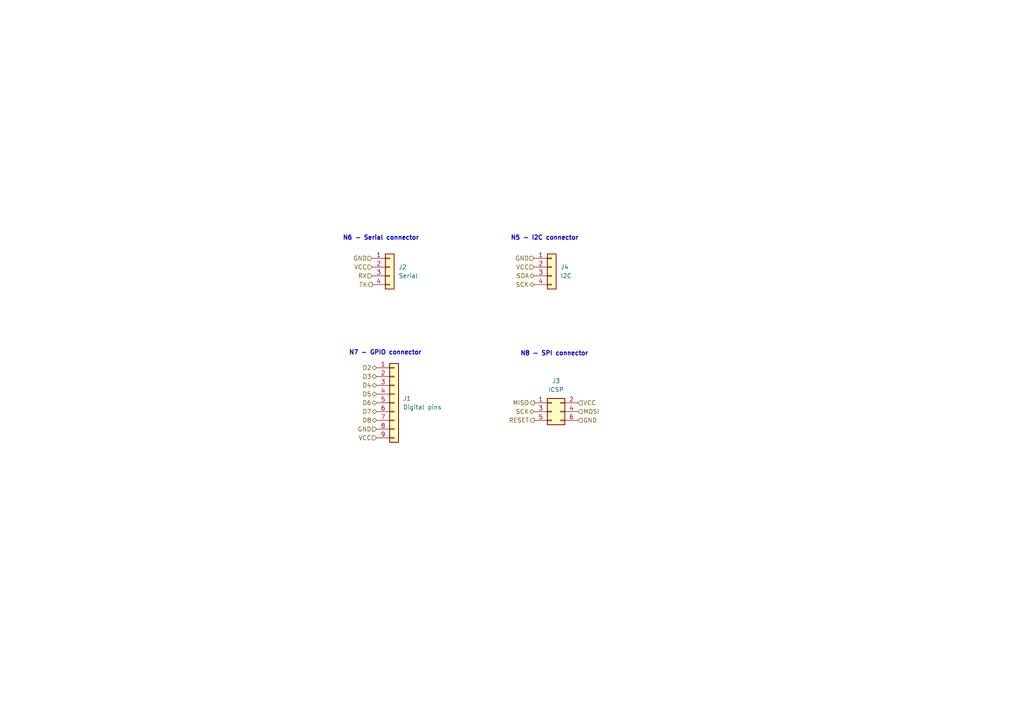
<source format=kicad_sch>
(kicad_sch (version 20250114) (generator "eeschema") (generator_version "9.0")
  (paper "A4")
  (title_block (title "Battery powered Arduino clone with clock &  Extended EEPROM") (date "2025-06-23") (rev "1") (company "DGN Holdings") (comment 1 "Designed by Gathonjia in Toll, Nanyuki"))
  (lib_symbols
    (symbol "Connector_Generic:Conn_01x04" (pin_names (offset 1.016) (hide yes))
      (property "Reference" "J" (at 0 5.08 0))
      (property "Value" "Conn_01x04" (at 0 -7.62 0))
      (symbol "Conn_01x04_1_1"
        (rectangle (start -1.27 3.81) (end 1.27 -6.35) (stroke (width 0.254)) (fill (type background)))
        (rectangle (start -1.27 2.667) (end 0 2.413) (stroke (width 0.1524)))
        (rectangle (start -1.27 0.127) (end 0 -0.127) (stroke (width 0.1524)))
        (rectangle (start -1.27 -2.413) (end 0 -2.667) (stroke (width 0.1524)))
        (rectangle (start -1.27 -4.953) (end 0 -5.207) (stroke (width 0.1524)))
        (pin passive line (at -5.08 2.54 0) (length 3.81) (name "Pin_1") (number "1"))
        (pin passive line (at -5.08 0 0) (length 3.81) (name "Pin_2") (number "2"))
        (pin passive line (at -5.08 -2.54 0) (length 3.81) (name "Pin_3") (number "3"))
        (pin passive line (at -5.08 -5.08 0) (length 3.81) (name "Pin_4") (number "4"))
      )
    )
    (symbol "Connector_Generic:Conn_01x09" (pin_names (offset 1.016) (hide yes))
      (property "Reference" "J" (at 0 12.7 0))
      (property "Value" "Conn_01x09" (at 0 -12.7 0))
      (symbol "Conn_01x09_1_1"
        (rectangle (start -1.27 11.43) (end 1.27 -11.43) (stroke (width 0.254)) (fill (type background)))
        (rectangle (start -1.27 10.287) (end 0 10.033) (stroke (width 0.1524)))
        (rectangle (start -1.27 7.747) (end 0 7.493) (stroke (width 0.1524)))
        (rectangle (start -1.27 5.207) (end 0 4.953) (stroke (width 0.1524)))
        (rectangle (start -1.27 2.667) (end 0 2.413) (stroke (width 0.1524)))
        (rectangle (start -1.27 0.127) (end 0 -0.127) (stroke (width 0.1524)))
        (rectangle (start -1.27 -2.413) (end 0 -2.667) (stroke (width 0.1524)))
        (rectangle (start -1.27 -4.953) (end 0 -5.207) (stroke (width 0.1524)))
        (rectangle (start -1.27 -7.493) (end 0 -7.747) (stroke (width 0.1524)))
        (rectangle (start -1.27 -10.033) (end 0 -10.287) (stroke (width 0.1524)))
        (pin passive line (at -5.08 10.16 0) (length 3.81) (name "Pin_1") (number "1"))
        (pin passive line (at -5.08 7.62 0) (length 3.81) (name "Pin_2") (number "2"))
        (pin passive line (at -5.08 5.08 0) (length 3.81) (name "Pin_3") (number "3"))
        (pin passive line (at -5.08 2.54 0) (length 3.81) (name "Pin_4") (number "4"))
        (pin passive line (at -5.08 0 0) (length 3.81) (name "Pin_5") (number "5"))
        (pin passive line (at -5.08 -2.54 0) (length 3.81) (name "Pin_6") (number "6"))
        (pin passive line (at -5.08 -5.08 0) (length 3.81) (name "Pin_7") (number "7"))
        (pin passive line (at -5.08 -7.62 0) (length 3.81) (name "Pin_8") (number "8"))
        (pin passive line (at -5.08 -10.16 0) (length 3.81) (name "Pin_9") (number "9"))
      )
    )
    (symbol "Connector_Generic:Conn_02x03_Odd_Even" (pin_names (offset 1.016) (hide yes))
      (property "Reference" "J" (at 1.27 5.08 0))
      (property "Value" "Conn_02x03_Odd_Even" (at 1.27 -5.08 0))
      (symbol "Conn_02x03_Odd_Even_1_1"
        (rectangle (start -1.27 3.81) (end 3.81 -3.81) (stroke (width 0.254)) (fill (type background)))
        (rectangle (start -1.27 2.667) (end 0 2.413) (stroke (width 0.1524)))
        (rectangle (start -1.27 0.127) (end 0 -0.127) (stroke (width 0.1524)))
        (rectangle (start -1.27 -2.413) (end 0 -2.667) (stroke (width 0.1524)))
        (rectangle (start 3.81 2.667) (end 2.54 2.413) (stroke (width 0.1524)))
        (rectangle (start 3.81 0.127) (end 2.54 -0.127) (stroke (width 0.1524)))
        (rectangle (start 3.81 -2.413) (end 2.54 -2.667) (stroke (width 0.1524)))
        (pin passive line (at -5.08 2.54 0) (length 3.81) (name "Pin_1") (number "1"))
        (pin passive line (at -5.08 0 0) (length 3.81) (name "Pin_3") (number "3"))
        (pin passive line (at -5.08 -2.54 0) (length 3.81) (name "Pin_5") (number "5"))
        (pin passive line (at 7.62 2.54 180) (length 3.81) (name "Pin_2") (number "2"))
        (pin passive line (at 7.62 0 180) (length 3.81) (name "Pin_4") (number "4"))
        (pin passive line (at 7.62 -2.54 180) (length 3.81) (name "Pin_6") (number "6"))
      )
    )
  )
  (text "N8 - SPI connector" (at 160.782 102.616 0) (effects (font (size 1.27 1.27) (thickness 0.254) (bold yes))))
  (text "N6 - Serial connector" (at 110.49 69.088 0) (effects (font (size 1.27 1.27) (thickness 0.254) (bold yes))))
  (text "N5 - I2C connector" (at 157.988 69.088 0) (effects (font (size 1.27 1.27) (thickness 0.254) (bold yes))))
  (text "N7 - GPIO connector" (at 111.76 102.362 0) (effects (font (size 1.27 1.27) (thickness 0.254) (bold yes))))
  (hierarchical_label "GND" (shape input) (at 167.64 121.92 0))
  (hierarchical_label "GND" (shape input) (at 107.95 74.93 180))
  (hierarchical_label "TX" (shape output) (at 107.95 82.55 180))
  (hierarchical_label "MOSI" (shape input) (at 167.64 119.38 0))
  (hierarchical_label "GND" (shape input) (at 109.22 124.46 180))
  (hierarchical_label "VCC" (shape input) (at 109.22 127 180))
  (hierarchical_label "SCK" (shape bidirectional) (at 154.94 82.55 180))
  (hierarchical_label "D7" (shape bidirectional) (at 109.22 119.38 180))
  (hierarchical_label "D6" (shape bidirectional) (at 109.22 116.84 180))
  (hierarchical_label "VCC" (shape input) (at 154.94 77.47 180))
  (hierarchical_label "SDA" (shape bidirectional) (at 154.94 80.01 180))
  (hierarchical_label "D5" (shape bidirectional) (at 109.22 114.3 180))
  (hierarchical_label "MISO" (shape output) (at 154.94 116.84 180))
  (hierarchical_label "D2" (shape bidirectional) (at 109.22 106.68 180))
  (hierarchical_label "VCC" (shape input) (at 167.64 116.84 0))
  (hierarchical_label "D4" (shape bidirectional) (at 109.22 111.76 180))
  (hierarchical_label "RX" (shape input) (at 107.95 80.01 180))
  (hierarchical_label "D8" (shape bidirectional) (at 109.22 121.92 180))
  (hierarchical_label "D3" (shape bidirectional) (at 109.22 109.22 180))
  (hierarchical_label "RESET" (shape output) (at 154.94 121.92 180))
  (hierarchical_label "VCC" (shape input) (at 107.95 77.47 180))
  (hierarchical_label "GND" (shape input) (at 154.94 74.93 180))
  (hierarchical_label "SCK" (shape bidirectional) (at 154.94 119.38 180))
  (symbol (lib_id "Connector_Generic:Conn_02x03_Odd_Even") (at 160.02 119.38 0) (unit 1)
    (property "Reference" "J3" (at 161.29 110.49 0))
    (property "Value" "ICSP" (at 161.29 113.03 0))
    (property "Footprint" "Connector_PinSocket_2.54mm:PinSocket_2x03_P2.54mm_Vertical" (effects (hide yes)))
    (property "Description" "Generic connector, double row, 02x03, odd/even pin numbering scheme (row 1 odd numbers, row 2 even numbers), script generated (kicad-library-utils/schlib/autogen/connector/)" (effects (hide yes)))
  )
  (symbol (lib_id "Connector_Generic:Conn_01x04") (at 113.03 77.47 0) (unit 1)
    (property "Reference" "J2" (at 115.57 77.4699 0) (effects (justify left)))
    (property "Value" "Serial" (at 115.57 80.0099 0) (effects (justify left)))
    (property "Footprint" "Connector_PinSocket_2.54mm:PinSocket_1x04_P2.54mm_Vertical" (effects (hide yes)))
    (property "Description" "Generic connector, single row, 01x04, script generated (kicad-library-utils/schlib/autogen/connector/)" (effects (hide yes)))
  )
  (symbol (lib_id "Connector_Generic:Conn_01x09") (at 114.3 116.84 0) (unit 1)
    (property "Reference" "J1" (at 116.84 115.5699 0) (effects (justify left)))
    (property "Value" "Digital pins" (at 116.84 118.1099 0) (effects (justify left)))
    (property "Footprint" "Connector_PinSocket_2.54mm:PinSocket_1x09_P2.54mm_Vertical" (effects (hide yes)))
    (property "Description" "Generic connector, single row, 01x09, script generated (kicad-library-utils/schlib/autogen/connector/)" (effects (hide yes)))
  )
  (symbol (lib_id "Connector_Generic:Conn_01x04") (at 160.02 77.47 0) (unit 1)
    (property "Reference" "J4" (at 162.56 77.4699 0) (effects (justify left)))
    (property "Value" "I2C" (at 162.56 80.0099 0) (effects (justify left)))
    (property "Footprint" "Connector_PinSocket_2.54mm:PinSocket_1x04_P2.54mm_Vertical" (effects (hide yes)))
    (property "Description" "Generic connector, single row, 01x04, script generated (kicad-library-utils/schlib/autogen/connector/)" (effects (hide yes)))
  )
)
</source>
